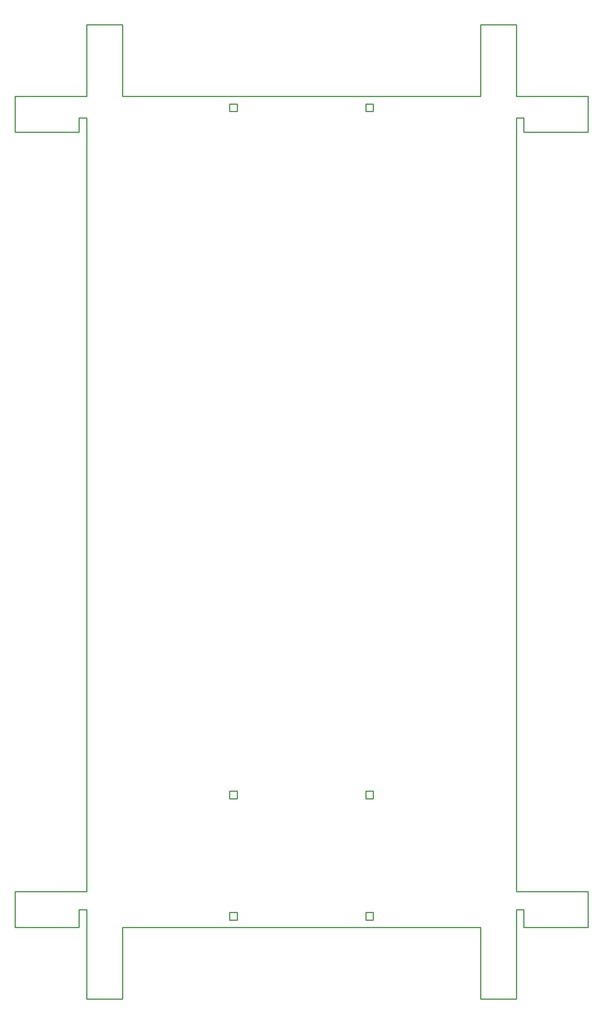
<source format=gbr>
%TF.GenerationSoftware,KiCad,Pcbnew,(5.1.6)-1*%
%TF.CreationDate,2020-10-14T22:08:21+01:00*%
%TF.ProjectId,Side 1,53696465-2031-42e6-9b69-6361645f7063,rev?*%
%TF.SameCoordinates,Original*%
%TF.FileFunction,Profile,NP*%
%FSLAX46Y46*%
G04 Gerber Fmt 4.6, Leading zero omitted, Abs format (unit mm)*
G04 Created by KiCad (PCBNEW (5.1.6)-1) date 2020-10-14 22:08:21*
%MOMM*%
%LPD*%
G01*
G04 APERTURE LIST*
%TA.AperFunction,Profile*%
%ADD10C,0.254000*%
%TD*%
G04 APERTURE END LIST*
D10*
X95827477Y-192915939D02*
X94177477Y-192915939D01*
X125777477Y-192915939D02*
X124127477Y-192915939D01*
X94177477Y-221215939D02*
X94177477Y-219565939D01*
X125777477Y-194565939D02*
X124127477Y-194565939D01*
X95827477Y-194565939D02*
X94177477Y-194565939D01*
X125777477Y-41815939D02*
X125777477Y-43465939D01*
X125777477Y-41815939D02*
X124127477Y-41815939D01*
X95827477Y-194565939D02*
X95827477Y-192915939D01*
X94177477Y-194565939D02*
X94177477Y-192915939D01*
X124127477Y-194565939D02*
X124127477Y-192915939D01*
X95827477Y-219565939D02*
X95827477Y-221215939D01*
X125777477Y-194565939D02*
X125777477Y-192915939D01*
X125777477Y-43465939D02*
X124127477Y-43465939D01*
X95827477Y-221215939D02*
X94177477Y-221215939D01*
X124127477Y-43465939D02*
X124127477Y-41815939D01*
X157227477Y-44915939D02*
X157227477Y-214990939D01*
X149352477Y-24415939D02*
X149352477Y-40165939D01*
X157227477Y-218928439D02*
X158877477Y-218928439D01*
X172977477Y-48040939D02*
X158877477Y-48040939D01*
X157227477Y-44915939D02*
X158877477Y-44915939D01*
X46977477Y-48040939D02*
X61077477Y-48040939D01*
X46977477Y-222865939D02*
X61077477Y-222865939D01*
X149352477Y-222865939D02*
X149352477Y-238615939D01*
X46977477Y-214990939D02*
X62727477Y-214990939D01*
X95827477Y-219565939D02*
X94177477Y-219565939D01*
X46977477Y-40165939D02*
X62727477Y-40165939D01*
X62727477Y-40165939D02*
X62727477Y-24415939D01*
X149352477Y-222865939D02*
X70602477Y-222865939D01*
X62727477Y-24415939D02*
X70602477Y-24415939D01*
X70602477Y-238615939D02*
X62727477Y-238615939D01*
X172977477Y-40165939D02*
X157227477Y-40165939D01*
X61077477Y-48040939D02*
X61077477Y-44915939D01*
X157227477Y-24415939D02*
X149352477Y-24415939D01*
X172977477Y-48040939D02*
X172977477Y-40165939D01*
X172977477Y-214990939D02*
X157227477Y-214990939D01*
X158877477Y-218928439D02*
X158877477Y-222865939D01*
X149352477Y-238615939D02*
X157227477Y-238615939D01*
X46977477Y-222865939D02*
X46977477Y-214990939D01*
X157227477Y-218928439D02*
X157227477Y-238615939D01*
X62727477Y-214990939D02*
X62727477Y-44915939D01*
X62727477Y-44915939D02*
X61077477Y-44915939D01*
X46977477Y-48040939D02*
X46977477Y-40165939D01*
X70602477Y-24415939D02*
X70602477Y-40165939D01*
X157227477Y-24415939D02*
X157227477Y-40165939D01*
X70602477Y-222865939D02*
X70602477Y-238615939D01*
X62727477Y-218928439D02*
X61077477Y-218928439D01*
X62727477Y-238615939D02*
X62727477Y-218928439D01*
X158877477Y-48040939D02*
X158877477Y-44915939D01*
X172977477Y-222865939D02*
X172977477Y-214990939D01*
X172977477Y-222865939D02*
X158877477Y-222865939D01*
X61077477Y-218928439D02*
X61077477Y-222865939D01*
X149352477Y-40165939D02*
X70602477Y-40165939D01*
X125777477Y-219565939D02*
X124127477Y-219565939D01*
X95827477Y-43465939D02*
X94177477Y-43465939D01*
X124127477Y-219565939D02*
X124127477Y-221215939D01*
X94177477Y-41815939D02*
X94177477Y-43465939D01*
X95827477Y-41815939D02*
X94177477Y-41815939D01*
X125777477Y-221215939D02*
X124127477Y-221215939D01*
X125777477Y-221215939D02*
X125777477Y-219565939D01*
X95827477Y-43465939D02*
X95827477Y-41815939D01*
M02*

</source>
